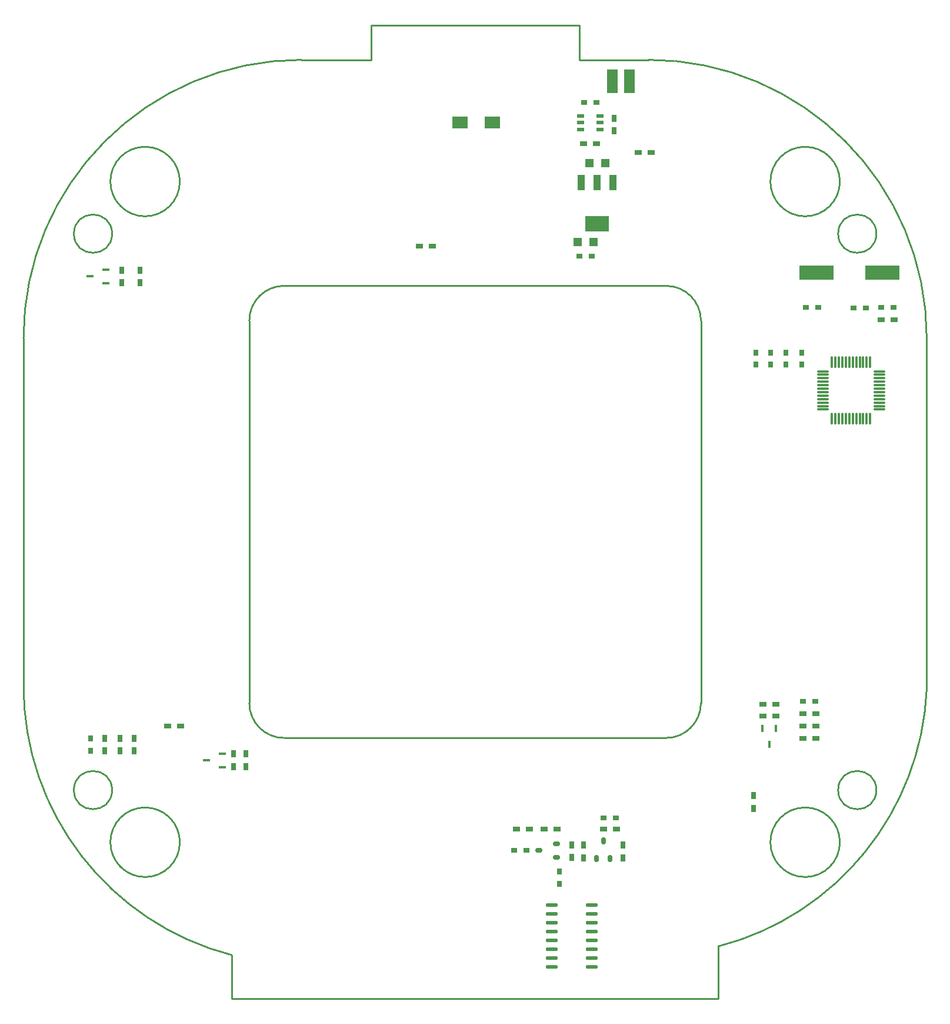
<source format=gbp>
G04*
G04 #@! TF.GenerationSoftware,Altium Limited,Altium Designer,18.1.8 (232)*
G04*
G04 Layer_Color=128*
%FSLAX25Y25*%
%MOIN*%
G70*
G01*
G75*
%ADD10C,0.01000*%
%ADD16R,0.03500X0.03000*%
%ADD17R,0.03000X0.03500*%
%ADD18R,0.03150X0.04000*%
%ADD20R,0.04000X0.03150*%
G04:AMPARAMS|DCode=69|XSize=23.62mil|YSize=39.37mil|CornerRadius=5.91mil|HoleSize=0mil|Usage=FLASHONLY|Rotation=90.000|XOffset=0mil|YOffset=0mil|HoleType=Round|Shape=RoundedRectangle|*
%AMROUNDEDRECTD69*
21,1,0.02362,0.02756,0,0,90.0*
21,1,0.01181,0.03937,0,0,90.0*
1,1,0.01181,0.01378,0.00591*
1,1,0.01181,0.01378,-0.00591*
1,1,0.01181,-0.01378,-0.00591*
1,1,0.01181,-0.01378,0.00591*
%
%ADD69ROUNDEDRECTD69*%
G04:AMPARAMS|DCode=70|XSize=23.62mil|YSize=39.37mil|CornerRadius=5.91mil|HoleSize=0mil|Usage=FLASHONLY|Rotation=0.000|XOffset=0mil|YOffset=0mil|HoleType=Round|Shape=RoundedRectangle|*
%AMROUNDEDRECTD70*
21,1,0.02362,0.02756,0,0,0.0*
21,1,0.01181,0.03937,0,0,0.0*
1,1,0.01181,0.00591,-0.01378*
1,1,0.01181,-0.00591,-0.01378*
1,1,0.01181,-0.00591,0.01378*
1,1,0.01181,0.00591,0.01378*
%
%ADD70ROUNDEDRECTD70*%
%ADD71O,0.06870X0.02205*%
%ADD72R,0.03937X0.01772*%
%ADD73R,0.19685X0.07874*%
%ADD74R,0.01772X0.03937*%
%ADD75O,0.01181X0.07087*%
%ADD76O,0.07087X0.01181*%
%ADD77R,0.08661X0.06890*%
%ADD78R,0.03937X0.08661*%
%ADD79R,0.13780X0.08661*%
%ADD80R,0.06299X0.13780*%
%ADD81R,0.03937X0.02165*%
%ADD82R,0.05000X0.05000*%
D10*
X275737Y29679D02*
G03*
X393701Y175365I-39370J152480D01*
G01*
X-118110Y177165D02*
G03*
X0Y24686I157480J0D01*
G01*
X344488Y88583D02*
G03*
X344488Y88583I-19685J0D01*
G01*
X365158Y433071D02*
G03*
X365158Y433071I-10827J0D01*
G01*
X393701Y374016D02*
G03*
X236221Y531496I-157480J0D01*
G01*
X344488Y462598D02*
G03*
X344488Y462598I-19685J0D01*
G01*
X365158Y118110D02*
G03*
X365158Y118110I-10827J0D01*
G01*
X-67913D02*
G03*
X-67913Y118110I-10827J0D01*
G01*
X39370Y531496D02*
G03*
X-118110Y374016I0J-157480D01*
G01*
X-67913Y433071D02*
G03*
X-67913Y433071I-10827J0D01*
G01*
X-29528Y462598D02*
G03*
X-29528Y462598I-19685J0D01*
G01*
Y88583D02*
G03*
X-29528Y88583I-19685J0D01*
G01*
X29528Y403543D02*
G03*
X9843Y383858I0J-19685D01*
G01*
X265748D02*
G03*
X246063Y403543I-19685J0D01*
G01*
Y147638D02*
G03*
X265748Y167323I0J19685D01*
G01*
X9843D02*
G03*
X29528Y147638I19685J0D01*
G01*
X0Y0D02*
X275590D01*
X0D02*
Y24686D01*
X275590Y0D02*
Y29679D01*
X393701Y175365D02*
X393701Y374016D01*
X-118110Y177165D02*
Y374016D01*
X39370Y531496D02*
X78740D01*
X196850D02*
X236221D01*
X196850D02*
Y551181D01*
X78740Y531496D02*
Y551181D01*
X196850D01*
X9843Y167323D02*
Y383858D01*
X29528Y403543D02*
X246063D01*
X265748Y167323D02*
Y383858D01*
X29528Y147638D02*
X246063D01*
D16*
X166844Y83865D02*
D03*
X159944D02*
D03*
X210544Y102502D02*
D03*
X217444D02*
D03*
X323687Y168365D02*
D03*
X330587D02*
D03*
X352344Y390865D02*
D03*
X359244D02*
D03*
X332236Y391365D02*
D03*
X325336D02*
D03*
X367894D02*
D03*
X374794D02*
D03*
X199544Y507365D02*
D03*
X206444D02*
D03*
X203844Y420365D02*
D03*
X196944D02*
D03*
D17*
X185634Y64965D02*
D03*
Y71865D02*
D03*
X296743Y358865D02*
D03*
Y365765D02*
D03*
X305243Y358865D02*
D03*
Y365765D02*
D03*
X313743Y358865D02*
D03*
Y365765D02*
D03*
X322743Y358865D02*
D03*
Y365765D02*
D03*
X-80081Y140465D02*
D03*
Y147365D02*
D03*
D18*
X192444Y87165D02*
D03*
Y79865D02*
D03*
X199294Y79715D02*
D03*
Y87015D02*
D03*
X221444Y79838D02*
D03*
Y87138D02*
D03*
X944Y138572D02*
D03*
Y131272D02*
D03*
X7944Y138572D02*
D03*
Y131272D02*
D03*
X295444Y115015D02*
D03*
Y107715D02*
D03*
X-72056Y147515D02*
D03*
Y140215D02*
D03*
X-55556Y147515D02*
D03*
Y140215D02*
D03*
X-63556D02*
D03*
Y147515D02*
D03*
X216444Y491215D02*
D03*
Y498515D02*
D03*
X-62556Y412515D02*
D03*
Y405215D02*
D03*
X-52056Y412515D02*
D03*
Y405215D02*
D03*
D20*
X161294Y95865D02*
D03*
X168594D02*
D03*
X210534Y96116D02*
D03*
X217834D02*
D03*
X184094Y95865D02*
D03*
X176794D02*
D03*
X300794Y159865D02*
D03*
X308094D02*
D03*
Y166678D02*
D03*
X300794D02*
D03*
X331023Y161363D02*
D03*
X323723D02*
D03*
X331023Y154365D02*
D03*
X323723D02*
D03*
X331023Y147365D02*
D03*
X323723D02*
D03*
X375094Y384365D02*
D03*
X367794D02*
D03*
X-29160Y154365D02*
D03*
X-36460D02*
D03*
X237594Y479001D02*
D03*
X230294D02*
D03*
X206594Y483865D02*
D03*
X199294D02*
D03*
X113594Y425865D02*
D03*
X106294D02*
D03*
D69*
X183849Y87605D02*
D03*
Y80125D02*
D03*
X174038Y83865D02*
D03*
D70*
X214184Y79459D02*
D03*
X206703D02*
D03*
X210444Y89270D02*
D03*
D71*
X181135Y17865D02*
D03*
Y22865D02*
D03*
Y27865D02*
D03*
Y32865D02*
D03*
Y37865D02*
D03*
Y42865D02*
D03*
Y47865D02*
D03*
Y52865D02*
D03*
X203753Y17865D02*
D03*
Y22865D02*
D03*
Y27865D02*
D03*
Y32865D02*
D03*
Y37865D02*
D03*
Y42865D02*
D03*
Y47865D02*
D03*
Y52865D02*
D03*
D72*
X-14485Y134922D02*
D03*
X-5556Y131182D02*
D03*
Y138662D02*
D03*
X-71556Y412605D02*
D03*
Y405125D02*
D03*
X-80485Y408865D02*
D03*
D73*
X331158Y410865D02*
D03*
X368560D02*
D03*
D74*
X304444Y144050D02*
D03*
X308184Y152979D02*
D03*
X300704D02*
D03*
D75*
X340016Y360400D02*
D03*
X341985D02*
D03*
X343953D02*
D03*
X345922D02*
D03*
X347890D02*
D03*
X349859D02*
D03*
X351827D02*
D03*
X353796D02*
D03*
X355764D02*
D03*
X357733D02*
D03*
X359701D02*
D03*
X361670D02*
D03*
Y328329D02*
D03*
X359701D02*
D03*
X357733D02*
D03*
X355764D02*
D03*
X353796D02*
D03*
X351827D02*
D03*
X349859D02*
D03*
X347890D02*
D03*
X345922D02*
D03*
X343953D02*
D03*
X341985D02*
D03*
X340016D02*
D03*
D76*
X366879Y355192D02*
D03*
Y353223D02*
D03*
Y351255D02*
D03*
Y349286D02*
D03*
Y347318D02*
D03*
Y345349D02*
D03*
Y343381D02*
D03*
Y341412D02*
D03*
Y339444D02*
D03*
Y337475D02*
D03*
Y335507D02*
D03*
Y333538D02*
D03*
X334808D02*
D03*
Y335507D02*
D03*
Y337475D02*
D03*
Y339444D02*
D03*
Y341412D02*
D03*
Y343381D02*
D03*
Y345349D02*
D03*
Y347318D02*
D03*
Y349286D02*
D03*
Y351255D02*
D03*
Y353223D02*
D03*
Y355192D02*
D03*
D77*
X129389Y495947D02*
D03*
X147499D02*
D03*
D78*
X197889Y462176D02*
D03*
X206944D02*
D03*
X215999D02*
D03*
D79*
X206944Y438554D02*
D03*
D80*
X225168Y519365D02*
D03*
X215719D02*
D03*
D81*
X197431Y492125D02*
D03*
Y495864D02*
D03*
Y499604D02*
D03*
X208456D02*
D03*
Y495864D02*
D03*
Y492125D02*
D03*
D82*
X195944Y428365D02*
D03*
X204944D02*
D03*
X202444Y472865D02*
D03*
X211444D02*
D03*
M02*

</source>
